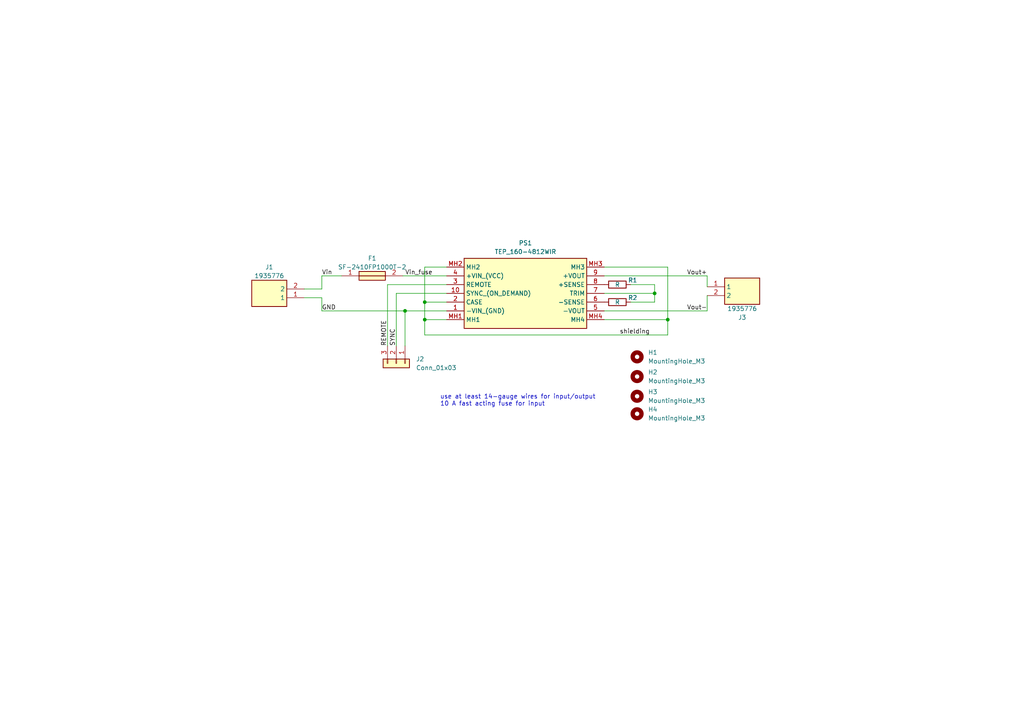
<source format=kicad_sch>
(kicad_sch (version 20230121) (generator eeschema)

  (uuid 03c49ecf-f784-4d12-9bd0-ecdf30efb896)

  (paper "A4")

  (lib_symbols
    (symbol "Connector_Generic:Conn_01x03" (pin_names (offset 1.016) hide) (in_bom yes) (on_board yes)
      (property "Reference" "J" (at 0 5.08 0)
        (effects (font (size 1.27 1.27)))
      )
      (property "Value" "Conn_01x03" (at 0 -5.08 0)
        (effects (font (size 1.27 1.27)))
      )
      (property "Footprint" "" (at 0 0 0)
        (effects (font (size 1.27 1.27)) hide)
      )
      (property "Datasheet" "~" (at 0 0 0)
        (effects (font (size 1.27 1.27)) hide)
      )
      (property "ki_keywords" "connector" (at 0 0 0)
        (effects (font (size 1.27 1.27)) hide)
      )
      (property "ki_description" "Generic connector, single row, 01x03, script generated (kicad-library-utils/schlib/autogen/connector/)" (at 0 0 0)
        (effects (font (size 1.27 1.27)) hide)
      )
      (property "ki_fp_filters" "Connector*:*_1x??_*" (at 0 0 0)
        (effects (font (size 1.27 1.27)) hide)
      )
      (symbol "Conn_01x03_1_1"
        (rectangle (start -1.27 -2.413) (end 0 -2.667)
          (stroke (width 0.1524) (type default))
          (fill (type none))
        )
        (rectangle (start -1.27 0.127) (end 0 -0.127)
          (stroke (width 0.1524) (type default))
          (fill (type none))
        )
        (rectangle (start -1.27 2.667) (end 0 2.413)
          (stroke (width 0.1524) (type default))
          (fill (type none))
        )
        (rectangle (start -1.27 3.81) (end 1.27 -3.81)
          (stroke (width 0.254) (type default))
          (fill (type background))
        )
        (pin passive line (at -5.08 2.54 0) (length 3.81)
          (name "Pin_1" (effects (font (size 1.27 1.27))))
          (number "1" (effects (font (size 1.27 1.27))))
        )
        (pin passive line (at -5.08 0 0) (length 3.81)
          (name "Pin_2" (effects (font (size 1.27 1.27))))
          (number "2" (effects (font (size 1.27 1.27))))
        )
        (pin passive line (at -5.08 -2.54 0) (length 3.81)
          (name "Pin_3" (effects (font (size 1.27 1.27))))
          (number "3" (effects (font (size 1.27 1.27))))
        )
      )
    )
    (symbol "Device:R" (pin_numbers hide) (pin_names (offset 0)) (in_bom yes) (on_board yes)
      (property "Reference" "R" (at 2.032 0 90)
        (effects (font (size 1.27 1.27)))
      )
      (property "Value" "R" (at 0 0 90)
        (effects (font (size 1.27 1.27)))
      )
      (property "Footprint" "" (at -1.778 0 90)
        (effects (font (size 1.27 1.27)) hide)
      )
      (property "Datasheet" "~" (at 0 0 0)
        (effects (font (size 1.27 1.27)) hide)
      )
      (property "ki_keywords" "R res resistor" (at 0 0 0)
        (effects (font (size 1.27 1.27)) hide)
      )
      (property "ki_description" "Resistor" (at 0 0 0)
        (effects (font (size 1.27 1.27)) hide)
      )
      (property "ki_fp_filters" "R_*" (at 0 0 0)
        (effects (font (size 1.27 1.27)) hide)
      )
      (symbol "R_0_1"
        (rectangle (start -1.016 -2.54) (end 1.016 2.54)
          (stroke (width 0.254) (type default))
          (fill (type none))
        )
      )
      (symbol "R_1_1"
        (pin passive line (at 0 3.81 270) (length 1.27)
          (name "~" (effects (font (size 1.27 1.27))))
          (number "1" (effects (font (size 1.27 1.27))))
        )
        (pin passive line (at 0 -3.81 90) (length 1.27)
          (name "~" (effects (font (size 1.27 1.27))))
          (number "2" (effects (font (size 1.27 1.27))))
        )
      )
    )
    (symbol "Mechanical:MountingHole" (pin_names (offset 1.016)) (in_bom yes) (on_board yes)
      (property "Reference" "H" (at 0 5.08 0)
        (effects (font (size 1.27 1.27)))
      )
      (property "Value" "MountingHole" (at 0 3.175 0)
        (effects (font (size 1.27 1.27)))
      )
      (property "Footprint" "" (at 0 0 0)
        (effects (font (size 1.27 1.27)) hide)
      )
      (property "Datasheet" "~" (at 0 0 0)
        (effects (font (size 1.27 1.27)) hide)
      )
      (property "ki_keywords" "mounting hole" (at 0 0 0)
        (effects (font (size 1.27 1.27)) hide)
      )
      (property "ki_description" "Mounting Hole without connection" (at 0 0 0)
        (effects (font (size 1.27 1.27)) hide)
      )
      (property "ki_fp_filters" "MountingHole*" (at 0 0 0)
        (effects (font (size 1.27 1.27)) hide)
      )
      (symbol "MountingHole_0_1"
        (circle (center 0 0) (radius 1.27)
          (stroke (width 1.27) (type default))
          (fill (type none))
        )
      )
    )
    (symbol "SamacSys_Parts:1935776" (in_bom yes) (on_board yes)
      (property "Reference" "J" (at 16.51 7.62 0)
        (effects (font (size 1.27 1.27)) (justify left top))
      )
      (property "Value" "1935776" (at 16.51 5.08 0)
        (effects (font (size 1.27 1.27)) (justify left top))
      )
      (property "Footprint" "1935776" (at 16.51 -94.92 0)
        (effects (font (size 1.27 1.27)) (justify left top) hide)
      )
      (property "Datasheet" "https://datasheet.datasheetarchive.com/originals/distributors/SFDatasheet-2/sf-00057493.pdf" (at 16.51 -194.92 0)
        (effects (font (size 1.27 1.27)) (justify left top) hide)
      )
      (property "Height" "13.65" (at 16.51 -394.92 0)
        (effects (font (size 1.27 1.27)) (justify left top) hide)
      )
      (property "Manufacturer_Name" "Phoenix Contact" (at 16.51 -494.92 0)
        (effects (font (size 1.27 1.27)) (justify left top) hide)
      )
      (property "Manufacturer_Part_Number" "1935776" (at 16.51 -594.92 0)
        (effects (font (size 1.27 1.27)) (justify left top) hide)
      )
      (property "Mouser Part Number" "651-1935776" (at 16.51 -694.92 0)
        (effects (font (size 1.27 1.27)) (justify left top) hide)
      )
      (property "Mouser Price/Stock" "https://www.mouser.co.uk/ProductDetail/Phoenix-Contact/1935776?qs=gjk32EaArKJ3oesOAo3TWA%3D%3D" (at 16.51 -794.92 0)
        (effects (font (size 1.27 1.27)) (justify left top) hide)
      )
      (property "Arrow Part Number" "1935776" (at 16.51 -894.92 0)
        (effects (font (size 1.27 1.27)) (justify left top) hide)
      )
      (property "Arrow Price/Stock" "https://www.arrow.com/en/products/1935776/phoenix-contact?region=nac" (at 16.51 -994.92 0)
        (effects (font (size 1.27 1.27)) (justify left top) hide)
      )
      (property "ki_description" "Fixed Terminal Blocks PT 2.5/ 2-5.0-H g" (at 0 0 0)
        (effects (font (size 1.27 1.27)) hide)
      )
      (symbol "1935776_1_1"
        (rectangle (start 5.08 2.54) (end 15.24 -5.08)
          (stroke (width 0.254) (type default))
          (fill (type background))
        )
        (pin passive line (at 0 0 0) (length 5.08)
          (name "1" (effects (font (size 1.27 1.27))))
          (number "1" (effects (font (size 1.27 1.27))))
        )
        (pin passive line (at 0 -2.54 0) (length 5.08)
          (name "2" (effects (font (size 1.27 1.27))))
          (number "2" (effects (font (size 1.27 1.27))))
        )
      )
    )
    (symbol "SamacSys_Parts:SF-2410FP1000T-2" (pin_names hide) (in_bom yes) (on_board yes)
      (property "Reference" "F" (at 13.97 6.35 0)
        (effects (font (size 1.27 1.27)) (justify left top))
      )
      (property "Value" "SF-2410FP1000T-2" (at 13.97 3.81 0)
        (effects (font (size 1.27 1.27)) (justify left top))
      )
      (property "Footprint" "FUSC6126X270N" (at 13.97 -96.19 0)
        (effects (font (size 1.27 1.27)) (justify left top) hide)
      )
      (property "Datasheet" "https://datasheet.datasheetarchive.com/originals/distributors/Datasheets_SAMA/4eb5d0786467e4d28d4872aa9f691d2c.pdf" (at 13.97 -196.19 0)
        (effects (font (size 1.27 1.27)) (justify left top) hide)
      )
      (property "Height" "2.7" (at 13.97 -396.19 0)
        (effects (font (size 1.27 1.27)) (justify left top) hide)
      )
      (property "Manufacturer_Name" "Bourns" (at 13.97 -496.19 0)
        (effects (font (size 1.27 1.27)) (justify left top) hide)
      )
      (property "Manufacturer_Part_Number" "SF-2410FP1000T-2" (at 13.97 -596.19 0)
        (effects (font (size 1.27 1.27)) (justify left top) hide)
      )
      (property "Mouser Part Number" "652-SF-2410FP1000T-2" (at 13.97 -696.19 0)
        (effects (font (size 1.27 1.27)) (justify left top) hide)
      )
      (property "Mouser Price/Stock" "https://www.mouser.co.uk/ProductDetail/Bourns/SF-2410FP1000T-2?qs=vLWxofP3U2zSXn6y2m1Feg%3D%3D" (at 13.97 -796.19 0)
        (effects (font (size 1.27 1.27)) (justify left top) hide)
      )
      (property "Arrow Part Number" "SF-2410FP1000T-2" (at 13.97 -896.19 0)
        (effects (font (size 1.27 1.27)) (justify left top) hide)
      )
      (property "Arrow Price/Stock" "https://www.arrow.com/en/products/sf-2410fp1000t-2/bourns?region=nac" (at 13.97 -996.19 0)
        (effects (font (size 1.27 1.27)) (justify left top) hide)
      )
      (property "ki_description" "Surface Mount Fuses Singlfuse 2410 fast-precision 10A UL 248-14" (at 0 0 0)
        (effects (font (size 1.27 1.27)) hide)
      )
      (symbol "SF-2410FP1000T-2_1_1"
        (polyline
          (pts
            (xy 5.08 0)
            (xy 12.7 0)
          )
          (stroke (width 0.254) (type default))
          (fill (type none))
        )
        (rectangle (start 5.08 1.27) (end 12.7 -1.27)
          (stroke (width 0.254) (type default))
          (fill (type background))
        )
        (pin passive line (at 0 0 0) (length 5.08)
          (name "1" (effects (font (size 1.27 1.27))))
          (number "1" (effects (font (size 1.27 1.27))))
        )
        (pin passive line (at 17.78 0 180) (length 5.08)
          (name "2" (effects (font (size 1.27 1.27))))
          (number "2" (effects (font (size 1.27 1.27))))
        )
      )
    )
    (symbol "SamacSys_Parts:TEP_160-4812WIR" (in_bom yes) (on_board yes)
      (property "Reference" "PS" (at 41.91 7.62 0)
        (effects (font (size 1.27 1.27)) (justify left top))
      )
      (property "Value" "TEP_160-4812WIR" (at 41.91 5.08 0)
        (effects (font (size 1.27 1.27)) (justify left top))
      )
      (property "Footprint" "TEP1602415WIR" (at 41.91 -94.92 0)
        (effects (font (size 1.27 1.27)) (justify left top) hide)
      )
      (property "Datasheet" "https://tracopower.com/tep160wir-datasheet/" (at 41.91 -194.92 0)
        (effects (font (size 1.27 1.27)) (justify left top) hide)
      )
      (property "Height" "13.2" (at 41.91 -394.92 0)
        (effects (font (size 1.27 1.27)) (justify left top) hide)
      )
      (property "Manufacturer_Name" "Traco Power" (at 41.91 -494.92 0)
        (effects (font (size 1.27 1.27)) (justify left top) hide)
      )
      (property "Manufacturer_Part_Number" "TEP 160-4812WIR" (at 41.91 -594.92 0)
        (effects (font (size 1.27 1.27)) (justify left top) hide)
      )
      (property "Mouser Part Number" "495-TEP160-4812WIR" (at 41.91 -694.92 0)
        (effects (font (size 1.27 1.27)) (justify left top) hide)
      )
      (property "Mouser Price/Stock" "https://www.mouser.com/Search/Refine.aspx?Keyword=495-TEP160-4812WIR" (at 41.91 -794.92 0)
        (effects (font (size 1.27 1.27)) (justify left top) hide)
      )
      (property "Arrow Part Number" "" (at 41.91 -894.92 0)
        (effects (font (size 1.27 1.27)) (justify left top) hide)
      )
      (property "Arrow Price/Stock" "" (at 41.91 -994.92 0)
        (effects (font (size 1.27 1.27)) (justify left top) hide)
      )
      (property "ki_description" "160 Watt DC/DC module, railway, 4:1 input, PCB- Chassis or DIN-Rail mount, opt. EMI Filter, encapsulated, Half-Brick package" (at 0 0 0)
        (effects (font (size 1.27 1.27)) hide)
      )
      (symbol "TEP_160-4812WIR_1_1"
        (rectangle (start 5.08 2.54) (end 40.64 -17.78)
          (stroke (width 0.254) (type default))
          (fill (type background))
        )
        (pin passive line (at 0 -12.7 0) (length 5.08)
          (name "-VIN_(GND)" (effects (font (size 1.27 1.27))))
          (number "1" (effects (font (size 1.27 1.27))))
        )
        (pin passive line (at 0 -7.62 0) (length 5.08)
          (name "SYNC_(ON_DEMAND)" (effects (font (size 1.27 1.27))))
          (number "10" (effects (font (size 1.27 1.27))))
        )
        (pin passive line (at 0 -10.16 0) (length 5.08)
          (name "CASE" (effects (font (size 1.27 1.27))))
          (number "2" (effects (font (size 1.27 1.27))))
        )
        (pin passive line (at 0 -5.08 0) (length 5.08)
          (name "REMOTE" (effects (font (size 1.27 1.27))))
          (number "3" (effects (font (size 1.27 1.27))))
        )
        (pin passive line (at 0 -2.54 0) (length 5.08)
          (name "+VIN_(VCC)" (effects (font (size 1.27 1.27))))
          (number "4" (effects (font (size 1.27 1.27))))
        )
        (pin passive line (at 45.72 -12.7 180) (length 5.08)
          (name "-VOUT" (effects (font (size 1.27 1.27))))
          (number "5" (effects (font (size 1.27 1.27))))
        )
        (pin passive line (at 45.72 -10.16 180) (length 5.08)
          (name "-SENSE" (effects (font (size 1.27 1.27))))
          (number "6" (effects (font (size 1.27 1.27))))
        )
        (pin passive line (at 45.72 -7.62 180) (length 5.08)
          (name "TRIM" (effects (font (size 1.27 1.27))))
          (number "7" (effects (font (size 1.27 1.27))))
        )
        (pin passive line (at 45.72 -5.08 180) (length 5.08)
          (name "+SENSE" (effects (font (size 1.27 1.27))))
          (number "8" (effects (font (size 1.27 1.27))))
        )
        (pin passive line (at 45.72 -2.54 180) (length 5.08)
          (name "+VOUT" (effects (font (size 1.27 1.27))))
          (number "9" (effects (font (size 1.27 1.27))))
        )
        (pin passive line (at 0 -15.24 0) (length 5.08)
          (name "MH1" (effects (font (size 1.27 1.27))))
          (number "MH1" (effects (font (size 1.27 1.27))))
        )
        (pin passive line (at 0 0 0) (length 5.08)
          (name "MH2" (effects (font (size 1.27 1.27))))
          (number "MH2" (effects (font (size 1.27 1.27))))
        )
        (pin passive line (at 45.72 0 180) (length 5.08)
          (name "MH3" (effects (font (size 1.27 1.27))))
          (number "MH3" (effects (font (size 1.27 1.27))))
        )
        (pin passive line (at 45.72 -15.24 180) (length 5.08)
          (name "MH4" (effects (font (size 1.27 1.27))))
          (number "MH4" (effects (font (size 1.27 1.27))))
        )
      )
    )
  )

  (junction (at 123.19 92.71) (diameter 0) (color 0 0 0 0)
    (uuid 1641a628-ccf1-4c22-8a39-1792d155eac7)
  )
  (junction (at 189.865 85.09) (diameter 0) (color 0 0 0 0)
    (uuid 591bb7b4-6e1b-4195-9bdb-5e4f4572ae93)
  )
  (junction (at 193.675 92.71) (diameter 0) (color 0 0 0 0)
    (uuid 762b01c1-dc32-40a3-85cf-d5337544f1a9)
  )
  (junction (at 117.475 90.17) (diameter 0) (color 0 0 0 0)
    (uuid 8e620ec2-6abb-4491-bc85-e32f16170a51)
  )
  (junction (at 123.19 87.63) (diameter 0) (color 0 0 0 0)
    (uuid a824c3d1-3223-4290-a182-da8a32236d78)
  )

  (wire (pts (xy 112.395 82.55) (xy 112.395 100.33))
    (stroke (width 0) (type default))
    (uuid 07566552-896a-4a2c-996d-ecde3981da00)
  )
  (wire (pts (xy 93.345 86.36) (xy 88.265 86.36))
    (stroke (width 0) (type default))
    (uuid 11d30bd5-e495-40db-905d-39d4a8018a89)
  )
  (wire (pts (xy 182.88 87.63) (xy 189.865 87.63))
    (stroke (width 0) (type default))
    (uuid 3818e5b1-06cb-4e75-920d-70e9e5c039d5)
  )
  (wire (pts (xy 93.345 90.17) (xy 93.345 86.36))
    (stroke (width 0) (type default))
    (uuid 465aec08-35b1-465c-8868-69ac1b8271dd)
  )
  (wire (pts (xy 189.865 85.09) (xy 175.26 85.09))
    (stroke (width 0) (type default))
    (uuid 4c315d44-42e4-4d7a-9e5a-21b500461ab9)
  )
  (wire (pts (xy 123.19 92.71) (xy 123.19 97.155))
    (stroke (width 0) (type default))
    (uuid 4e92d8ae-1db0-4d2f-a10e-dd42a3756a95)
  )
  (wire (pts (xy 123.19 97.155) (xy 193.675 97.155))
    (stroke (width 0) (type default))
    (uuid 500aaced-77e4-4b4c-83b7-b2ccad921e6e)
  )
  (wire (pts (xy 175.26 80.01) (xy 205.105 80.01))
    (stroke (width 0) (type default))
    (uuid 5753128c-f6f5-49d8-8992-f786c768d5e2)
  )
  (wire (pts (xy 117.475 90.17) (xy 117.475 100.33))
    (stroke (width 0) (type default))
    (uuid 642a063b-ec26-4ca5-83bc-12704486f43e)
  )
  (wire (pts (xy 129.54 90.17) (xy 117.475 90.17))
    (stroke (width 0) (type default))
    (uuid 6a1b34c7-1f31-4523-9f3f-68c6f70def52)
  )
  (wire (pts (xy 205.105 90.17) (xy 175.26 90.17))
    (stroke (width 0) (type default))
    (uuid 71b3cfac-e38e-4f5f-bb2c-ff7521718784)
  )
  (wire (pts (xy 193.675 92.71) (xy 193.675 77.47))
    (stroke (width 0) (type default))
    (uuid 743e05b4-4d1e-456d-90d5-2b4827f59ddc)
  )
  (wire (pts (xy 123.19 92.71) (xy 123.19 87.63))
    (stroke (width 0) (type default))
    (uuid 83beff23-edfa-4794-aa7c-64aab36728b5)
  )
  (wire (pts (xy 123.19 87.63) (xy 129.54 87.63))
    (stroke (width 0) (type default))
    (uuid 88b12be2-891a-4e78-89c7-bd469936debc)
  )
  (wire (pts (xy 116.84 80.01) (xy 129.54 80.01))
    (stroke (width 0) (type default))
    (uuid 8b4f7594-20be-491d-9a0c-56654066e591)
  )
  (wire (pts (xy 205.105 85.725) (xy 205.105 90.17))
    (stroke (width 0) (type default))
    (uuid 8c568246-b7b0-44ec-88f5-69448e09f138)
  )
  (wire (pts (xy 193.675 77.47) (xy 175.26 77.47))
    (stroke (width 0) (type default))
    (uuid 92fd5985-5899-4d89-80a1-7bce96248a66)
  )
  (wire (pts (xy 193.675 97.155) (xy 193.675 92.71))
    (stroke (width 0) (type default))
    (uuid 9cf79b91-2559-4b87-b635-18fc463bb08a)
  )
  (wire (pts (xy 129.54 92.71) (xy 123.19 92.71))
    (stroke (width 0) (type default))
    (uuid b4f906f6-a3e4-4473-8804-342d4f915f32)
  )
  (wire (pts (xy 205.105 80.01) (xy 205.105 83.185))
    (stroke (width 0) (type default))
    (uuid b875f10f-1dfd-4e93-94e2-d35ad705fb8f)
  )
  (wire (pts (xy 123.19 77.47) (xy 129.54 77.47))
    (stroke (width 0) (type default))
    (uuid b9dfa659-3dfa-4bfb-afe1-d3d920619e0f)
  )
  (wire (pts (xy 123.19 87.63) (xy 123.19 77.47))
    (stroke (width 0) (type default))
    (uuid bb4ab0e9-bd97-4711-902b-adc4ae5ff29a)
  )
  (wire (pts (xy 93.345 80.01) (xy 99.06 80.01))
    (stroke (width 0) (type default))
    (uuid bc36bfc1-fea1-467f-ac3d-642f3ee5db3c)
  )
  (wire (pts (xy 129.54 82.55) (xy 112.395 82.55))
    (stroke (width 0) (type default))
    (uuid be12f11e-5618-474c-9174-267335b7b4ee)
  )
  (wire (pts (xy 93.345 90.17) (xy 117.475 90.17))
    (stroke (width 0) (type default))
    (uuid c344309e-88cb-4bb2-a0f7-55655193e65d)
  )
  (wire (pts (xy 129.54 85.09) (xy 114.935 85.09))
    (stroke (width 0) (type default))
    (uuid cc95d521-29f7-4c32-83f5-dae4203d9df9)
  )
  (wire (pts (xy 114.935 85.09) (xy 114.935 100.33))
    (stroke (width 0) (type default))
    (uuid d133a27e-c6c8-4b7f-a821-e7fdfc34add6)
  )
  (wire (pts (xy 189.865 82.55) (xy 182.88 82.55))
    (stroke (width 0) (type default))
    (uuid daa831f1-0453-4abc-90c9-652061dbe265)
  )
  (wire (pts (xy 93.345 83.82) (xy 88.265 83.82))
    (stroke (width 0) (type default))
    (uuid e5a4bc2e-b51a-47f8-bea7-d9f23a2523db)
  )
  (wire (pts (xy 93.345 80.01) (xy 93.345 83.82))
    (stroke (width 0) (type default))
    (uuid f22ebc54-c55a-4add-bc7f-1d71113cc37a)
  )
  (wire (pts (xy 189.865 85.09) (xy 189.865 82.55))
    (stroke (width 0) (type default))
    (uuid f39b10ea-5b0f-48f3-b779-261d265bf392)
  )
  (wire (pts (xy 189.865 87.63) (xy 189.865 85.09))
    (stroke (width 0) (type default))
    (uuid f8383dd4-a94b-4814-a847-561f3eb9664e)
  )
  (wire (pts (xy 175.26 92.71) (xy 193.675 92.71))
    (stroke (width 0) (type default))
    (uuid f9f1f802-f9e9-44ab-81a2-b5e1454bd481)
  )

  (text "use at least 14-gauge wires for input/output\n10 A fast acting fuse for input\n\n"
    (at 127.635 120.015 0)
    (effects (font (size 1.27 1.27)) (justify left bottom))
    (uuid 429a810a-35f6-4c48-8842-dfd73d4b1bd3)
  )

  (label "Vin" (at 93.345 80.01 0) (fields_autoplaced)
    (effects (font (size 1.27 1.27)) (justify left bottom))
    (uuid 0bf196cd-9ce7-48b4-b4ed-b3a4c7a66f3d)
  )
  (label "GND" (at 93.345 90.17 0) (fields_autoplaced)
    (effects (font (size 1.27 1.27)) (justify left bottom))
    (uuid 39154bc9-afb3-4deb-a602-f4d575236f29)
  )
  (label "Vout+" (at 205.105 80.01 180) (fields_autoplaced)
    (effects (font (size 1.27 1.27)) (justify right bottom))
    (uuid 3d2fcaad-bfdf-46c9-8e53-1872ebe9d8d6)
  )
  (label "Vin_fuse" (at 117.475 80.01 0) (fields_autoplaced)
    (effects (font (size 1.27 1.27)) (justify left bottom))
    (uuid 5496ebc6-db93-4929-bb59-f4934c5db8f3)
  )
  (label "SYNC" (at 114.935 100.33 90) (fields_autoplaced)
    (effects (font (size 1.27 1.27)) (justify left bottom))
    (uuid 62df96ca-8678-4f79-9211-8633b608dcf3)
  )
  (label "Vout-" (at 205.105 90.17 180) (fields_autoplaced)
    (effects (font (size 1.27 1.27)) (justify right bottom))
    (uuid 6e3d5d7c-df14-444b-900c-d836de41bde9)
  )
  (label "REMOTE" (at 112.395 100.33 90) (fields_autoplaced)
    (effects (font (size 1.27 1.27)) (justify left bottom))
    (uuid 8675a3ce-fe65-46a2-a234-dde423c6b3ff)
  )
  (label "shielding" (at 179.705 97.155 0) (fields_autoplaced)
    (effects (font (size 1.27 1.27)) (justify left bottom))
    (uuid dbede8b6-7a7d-4e6d-9ad4-445be8426a56)
  )

  (symbol (lib_id "Device:R") (at 179.07 82.55 90) (unit 1)
    (in_bom yes) (on_board yes) (dnp no)
    (uuid 0451814f-500d-4f0a-8ed5-3a4255ed0428)
    (property "Reference" "R1" (at 183.515 81.28 90)
      (effects (font (size 1.27 1.27)))
    )
    (property "Value" "R" (at 179.07 82.55 90)
      (effects (font (size 1.27 1.27)))
    )
    (property "Footprint" "Resistor_SMD:R_0603_1608Metric_Pad0.98x0.95mm_HandSolder" (at 179.07 84.328 90)
      (effects (font (size 1.27 1.27)) hide)
    )
    (property "Datasheet" "~" (at 179.07 82.55 0)
      (effects (font (size 1.27 1.27)) hide)
    )
    (pin "1" (uuid a0b879ee-8dab-4062-a8f2-7a5cba757676))
    (pin "2" (uuid 20216a9d-5f05-49fb-a77d-cac2afb5f520))
    (instances
      (project "traco_breakout_minimal"
        (path "/03c49ecf-f784-4d12-9bd0-ecdf30efb896"
          (reference "R1") (unit 1)
        )
      )
    )
  )

  (symbol (lib_id "SamacSys_Parts:1935776") (at 88.265 86.36 180) (unit 1)
    (in_bom yes) (on_board yes) (dnp no) (fields_autoplaced)
    (uuid 0ba5f539-4a5a-4a7a-b57b-15a033794f93)
    (property "Reference" "J1" (at 78.105 77.47 0)
      (effects (font (size 1.27 1.27)))
    )
    (property "Value" "1935776" (at 78.105 80.01 0)
      (effects (font (size 1.27 1.27)))
    )
    (property "Footprint" "SamacSys_Parts:1935776" (at 71.755 -8.56 0)
      (effects (font (size 1.27 1.27)) (justify left top) hide)
    )
    (property "Datasheet" "https://datasheet.datasheetarchive.com/originals/distributors/SFDatasheet-2/sf-00057493.pdf" (at 71.755 -108.56 0)
      (effects (font (size 1.27 1.27)) (justify left top) hide)
    )
    (property "Height" "13.65" (at 71.755 -308.56 0)
      (effects (font (size 1.27 1.27)) (justify left top) hide)
    )
    (property "Manufacturer_Name" "Phoenix Contact" (at 71.755 -408.56 0)
      (effects (font (size 1.27 1.27)) (justify left top) hide)
    )
    (property "Manufacturer_Part_Number" "1935776" (at 71.755 -508.56 0)
      (effects (font (size 1.27 1.27)) (justify left top) hide)
    )
    (property "Mouser Part Number" "651-1935776" (at 71.755 -608.56 0)
      (effects (font (size 1.27 1.27)) (justify left top) hide)
    )
    (property "Mouser Price/Stock" "https://www.mouser.co.uk/ProductDetail/Phoenix-Contact/1935776?qs=gjk32EaArKJ3oesOAo3TWA%3D%3D" (at 71.755 -708.56 0)
      (effects (font (size 1.27 1.27)) (justify left top) hide)
    )
    (property "Arrow Part Number" "1935776" (at 71.755 -808.56 0)
      (effects (font (size 1.27 1.27)) (justify left top) hide)
    )
    (property "Arrow Price/Stock" "https://www.arrow.com/en/products/1935776/phoenix-contact?region=nac" (at 71.755 -908.56 0)
      (effects (font (size 1.27 1.27)) (justify left top) hide)
    )
    (pin "1" (uuid 89909908-1343-45be-a936-66e1788c9523))
    (pin "2" (uuid aaf7a075-c703-433c-8ea2-fc1bebbd3d1f))
    (instances
      (project "traco_breakout_minimal"
        (path "/03c49ecf-f784-4d12-9bd0-ecdf30efb896"
          (reference "J1") (unit 1)
        )
      )
    )
  )

  (symbol (lib_id "Mechanical:MountingHole") (at 184.785 120.015 0) (unit 1)
    (in_bom yes) (on_board yes) (dnp no) (fields_autoplaced)
    (uuid 16ad72b9-5700-4e60-aee1-826a69910074)
    (property "Reference" "H4" (at 187.96 118.7449 0)
      (effects (font (size 1.27 1.27)) (justify left))
    )
    (property "Value" "MountingHole_M3" (at 187.96 121.2849 0)
      (effects (font (size 1.27 1.27)) (justify left))
    )
    (property "Footprint" "MountingHole:MountingHole_3.2mm_M3" (at 184.785 120.015 0)
      (effects (font (size 1.27 1.27)) hide)
    )
    (property "Datasheet" "~" (at 184.785 120.015 0)
      (effects (font (size 1.27 1.27)) hide)
    )
    (instances
      (project "traco_breakout_minimal"
        (path "/03c49ecf-f784-4d12-9bd0-ecdf30efb896"
          (reference "H4") (unit 1)
        )
      )
    )
  )

  (symbol (lib_id "SamacSys_Parts:TEP_160-4812WIR") (at 129.54 77.47 0) (unit 1)
    (in_bom yes) (on_board yes) (dnp no) (fields_autoplaced)
    (uuid 321b39c9-dd2b-4c42-a008-18dd872aadac)
    (property "Reference" "PS1" (at 152.4 70.485 0)
      (effects (font (size 1.27 1.27)))
    )
    (property "Value" "TEP_160-4812WIR" (at 152.4 73.025 0)
      (effects (font (size 1.27 1.27)))
    )
    (property "Footprint" "SamacSys_Parts:TEP1602415WIR" (at 171.45 172.39 0)
      (effects (font (size 1.27 1.27)) (justify left top) hide)
    )
    (property "Datasheet" "https://tracopower.com/tep160wir-datasheet/" (at 171.45 272.39 0)
      (effects (font (size 1.27 1.27)) (justify left top) hide)
    )
    (property "Height" "13.2" (at 171.45 472.39 0)
      (effects (font (size 1.27 1.27)) (justify left top) hide)
    )
    (property "Manufacturer_Name" "Traco Power" (at 171.45 572.39 0)
      (effects (font (size 1.27 1.27)) (justify left top) hide)
    )
    (property "Manufacturer_Part_Number" "TEP 160-4812WIR" (at 171.45 672.39 0)
      (effects (font (size 1.27 1.27)) (justify left top) hide)
    )
    (property "Mouser Part Number" "495-TEP160-4812WIR" (at 171.45 772.39 0)
      (effects (font (size 1.27 1.27)) (justify left top) hide)
    )
    (property "Mouser Price/Stock" "https://www.mouser.com/Search/Refine.aspx?Keyword=495-TEP160-4812WIR" (at 171.45 872.39 0)
      (effects (font (size 1.27 1.27)) (justify left top) hide)
    )
    (property "Arrow Part Number" "" (at 171.45 972.39 0)
      (effects (font (size 1.27 1.27)) (justify left top) hide)
    )
    (property "Arrow Price/Stock" "" (at 171.45 1072.39 0)
      (effects (font (size 1.27 1.27)) (justify left top) hide)
    )
    (pin "1" (uuid 8af78291-ee2e-4070-bdc2-fc071dfbe743))
    (pin "10" (uuid f1245165-f5bb-4a74-a6c8-7fd81bcf9d6c))
    (pin "2" (uuid f567900d-2666-473a-adb8-bcd677ddb7a1))
    (pin "3" (uuid e9b71f8c-dd87-4c6c-ad83-665b0f2d5ada))
    (pin "4" (uuid d3cb2159-9107-413e-a2af-75f7c9f2a591))
    (pin "5" (uuid 40201ceb-f5d3-437f-829f-2dca74a585bd))
    (pin "6" (uuid a752ace4-ea11-41f2-9cb1-e594156bd9e3))
    (pin "7" (uuid 776247ed-2c19-49be-a679-9193f7e8923c))
    (pin "8" (uuid 0cd09af4-34c9-4b28-a7e9-846926d3f83e))
    (pin "9" (uuid da639489-5dbb-4bac-8d62-96fdd9c720bb))
    (pin "MH1" (uuid 0b68d6c8-40e2-4a45-9339-995ebf0e0682))
    (pin "MH2" (uuid 66929e21-4bca-441c-9ac5-4c0176e83964))
    (pin "MH3" (uuid cda68bd8-365c-462d-851c-36ece3be06e1))
    (pin "MH4" (uuid 7f3c8b65-e974-4bb6-a58c-913ae5804a88))
    (instances
      (project "traco_breakout_minimal"
        (path "/03c49ecf-f784-4d12-9bd0-ecdf30efb896"
          (reference "PS1") (unit 1)
        )
      )
    )
  )

  (symbol (lib_id "SamacSys_Parts:1935776") (at 205.105 83.185 0) (unit 1)
    (in_bom yes) (on_board yes) (dnp no)
    (uuid 4471afa3-e387-41e8-b59e-ed13c7746534)
    (property "Reference" "J3" (at 215.265 92.075 0)
      (effects (font (size 1.27 1.27)))
    )
    (property "Value" "1935776" (at 215.265 89.535 0)
      (effects (font (size 1.27 1.27)))
    )
    (property "Footprint" "SamacSys_Parts:1935776" (at 221.615 178.105 0)
      (effects (font (size 1.27 1.27)) (justify left top) hide)
    )
    (property "Datasheet" "https://datasheet.datasheetarchive.com/originals/distributors/SFDatasheet-2/sf-00057493.pdf" (at 221.615 278.105 0)
      (effects (font (size 1.27 1.27)) (justify left top) hide)
    )
    (property "Height" "13.65" (at 221.615 478.105 0)
      (effects (font (size 1.27 1.27)) (justify left top) hide)
    )
    (property "Manufacturer_Name" "Phoenix Contact" (at 221.615 578.105 0)
      (effects (font (size 1.27 1.27)) (justify left top) hide)
    )
    (property "Manufacturer_Part_Number" "1935776" (at 221.615 678.105 0)
      (effects (font (size 1.27 1.27)) (justify left top) hide)
    )
    (property "Mouser Part Number" "651-1935776" (at 221.615 778.105 0)
      (effects (font (size 1.27 1.27)) (justify left top) hide)
    )
    (property "Mouser Price/Stock" "https://www.mouser.co.uk/ProductDetail/Phoenix-Contact/1935776?qs=gjk32EaArKJ3oesOAo3TWA%3D%3D" (at 221.615 878.105 0)
      (effects (font (size 1.27 1.27)) (justify left top) hide)
    )
    (property "Arrow Part Number" "1935776" (at 221.615 978.105 0)
      (effects (font (size 1.27 1.27)) (justify left top) hide)
    )
    (property "Arrow Price/Stock" "https://www.arrow.com/en/products/1935776/phoenix-contact?region=nac" (at 221.615 1078.105 0)
      (effects (font (size 1.27 1.27)) (justify left top) hide)
    )
    (pin "1" (uuid b66c8e98-e06b-4200-9208-d1fd2f98e61b))
    (pin "2" (uuid 247d82ae-29db-427b-93d7-7f72e981b2d1))
    (instances
      (project "traco_breakout_minimal"
        (path "/03c49ecf-f784-4d12-9bd0-ecdf30efb896"
          (reference "J3") (unit 1)
        )
      )
    )
  )

  (symbol (lib_id "Connector_Generic:Conn_01x03") (at 114.935 105.41 270) (unit 1)
    (in_bom yes) (on_board yes) (dnp no) (fields_autoplaced)
    (uuid 61ac24fc-8835-487d-9120-f8dba5d9a56a)
    (property "Reference" "J2" (at 120.65 104.1399 90)
      (effects (font (size 1.27 1.27)) (justify left))
    )
    (property "Value" "Conn_01x03" (at 120.65 106.6799 90)
      (effects (font (size 1.27 1.27)) (justify left))
    )
    (property "Footprint" "Connector_PinHeader_2.54mm:PinHeader_1x03_P2.54mm_Vertical" (at 114.935 105.41 0)
      (effects (font (size 1.27 1.27)) hide)
    )
    (property "Datasheet" "~" (at 114.935 105.41 0)
      (effects (font (size 1.27 1.27)) hide)
    )
    (pin "1" (uuid 97fbb103-d46e-4d45-92c1-cd1213c58f6e))
    (pin "2" (uuid bf1feb6b-2389-44e7-bb9e-dd060720f58a))
    (pin "3" (uuid fd40d5b4-ddcc-4859-b567-6431f5b47136))
    (instances
      (project "traco_breakout_minimal"
        (path "/03c49ecf-f784-4d12-9bd0-ecdf30efb896"
          (reference "J2") (unit 1)
        )
      )
    )
  )

  (symbol (lib_id "Mechanical:MountingHole") (at 184.785 103.505 0) (unit 1)
    (in_bom yes) (on_board yes) (dnp no) (fields_autoplaced)
    (uuid 6966ebd7-bb23-4a5e-87ff-50c9b92c7a13)
    (property "Reference" "H1" (at 187.96 102.2349 0)
      (effects (font (size 1.27 1.27)) (justify left))
    )
    (property "Value" "MountingHole_M3" (at 187.96 104.7749 0)
      (effects (font (size 1.27 1.27)) (justify left))
    )
    (property "Footprint" "MountingHole:MountingHole_3.2mm_M3" (at 184.785 103.505 0)
      (effects (font (size 1.27 1.27)) hide)
    )
    (property "Datasheet" "~" (at 184.785 103.505 0)
      (effects (font (size 1.27 1.27)) hide)
    )
    (instances
      (project "traco_breakout_minimal"
        (path "/03c49ecf-f784-4d12-9bd0-ecdf30efb896"
          (reference "H1") (unit 1)
        )
      )
    )
  )

  (symbol (lib_id "Mechanical:MountingHole") (at 184.785 109.22 0) (unit 1)
    (in_bom yes) (on_board yes) (dnp no) (fields_autoplaced)
    (uuid a6fc15c9-b095-4e65-a592-48fc2e296d4a)
    (property "Reference" "H2" (at 187.96 107.9499 0)
      (effects (font (size 1.27 1.27)) (justify left))
    )
    (property "Value" "MountingHole_M3" (at 187.96 110.4899 0)
      (effects (font (size 1.27 1.27)) (justify left))
    )
    (property "Footprint" "MountingHole:MountingHole_3.2mm_M3" (at 184.785 109.22 0)
      (effects (font (size 1.27 1.27)) hide)
    )
    (property "Datasheet" "~" (at 184.785 109.22 0)
      (effects (font (size 1.27 1.27)) hide)
    )
    (instances
      (project "traco_breakout_minimal"
        (path "/03c49ecf-f784-4d12-9bd0-ecdf30efb896"
          (reference "H2") (unit 1)
        )
      )
    )
  )

  (symbol (lib_id "SamacSys_Parts:SF-2410FP1000T-2") (at 99.06 80.01 0) (unit 1)
    (in_bom yes) (on_board yes) (dnp no) (fields_autoplaced)
    (uuid a8a5fdfd-6429-460c-a159-362903e81372)
    (property "Reference" "F1" (at 107.95 74.93 0)
      (effects (font (size 1.27 1.27)))
    )
    (property "Value" "SF-2410FP1000T-2" (at 107.95 77.47 0)
      (effects (font (size 1.27 1.27)))
    )
    (property "Footprint" "SamacSys_Parts:FUSC6126X270N" (at 113.03 176.2 0)
      (effects (font (size 1.27 1.27)) (justify left top) hide)
    )
    (property "Datasheet" "https://datasheet.datasheetarchive.com/originals/distributors/Datasheets_SAMA/4eb5d0786467e4d28d4872aa9f691d2c.pdf" (at 113.03 276.2 0)
      (effects (font (size 1.27 1.27)) (justify left top) hide)
    )
    (property "Height" "2.7" (at 113.03 476.2 0)
      (effects (font (size 1.27 1.27)) (justify left top) hide)
    )
    (property "Manufacturer_Name" "Bourns" (at 113.03 576.2 0)
      (effects (font (size 1.27 1.27)) (justify left top) hide)
    )
    (property "Manufacturer_Part_Number" "SF-2410FP1000T-2" (at 113.03 676.2 0)
      (effects (font (size 1.27 1.27)) (justify left top) hide)
    )
    (property "Mouser Part Number" "652-SF-2410FP1000T-2" (at 113.03 776.2 0)
      (effects (font (size 1.27 1.27)) (justify left top) hide)
    )
    (property "Mouser Price/Stock" "https://www.mouser.co.uk/ProductDetail/Bourns/SF-2410FP1000T-2?qs=vLWxofP3U2zSXn6y2m1Feg%3D%3D" (at 113.03 876.2 0)
      (effects (font (size 1.27 1.27)) (justify left top) hide)
    )
    (property "Arrow Part Number" "SF-2410FP1000T-2" (at 113.03 976.2 0)
      (effects (font (size 1.27 1.27)) (justify left top) hide)
    )
    (property "Arrow Price/Stock" "https://www.arrow.com/en/products/sf-2410fp1000t-2/bourns?region=nac" (at 113.03 1076.2 0)
      (effects (font (size 1.27 1.27)) (justify left top) hide)
    )
    (pin "1" (uuid faf2442b-a366-41b4-9914-4f7277c25f1b))
    (pin "2" (uuid 2f53146c-4140-4b82-84f0-4965a6aa7da8))
    (instances
      (project "traco_breakout_minimal"
        (path "/03c49ecf-f784-4d12-9bd0-ecdf30efb896"
          (reference "F1") (unit 1)
        )
      )
    )
  )

  (symbol (lib_id "Mechanical:MountingHole") (at 184.785 114.935 0) (unit 1)
    (in_bom yes) (on_board yes) (dnp no) (fields_autoplaced)
    (uuid c52a98b8-642f-4301-b84b-49adb7a5f7c4)
    (property "Reference" "H3" (at 187.96 113.6649 0)
      (effects (font (size 1.27 1.27)) (justify left))
    )
    (property "Value" "MountingHole_M3" (at 187.96 116.2049 0)
      (effects (font (size 1.27 1.27)) (justify left))
    )
    (property "Footprint" "MountingHole:MountingHole_3.2mm_M3" (at 184.785 114.935 0)
      (effects (font (size 1.27 1.27)) hide)
    )
    (property "Datasheet" "~" (at 184.785 114.935 0)
      (effects (font (size 1.27 1.27)) hide)
    )
    (instances
      (project "traco_breakout_minimal"
        (path "/03c49ecf-f784-4d12-9bd0-ecdf30efb896"
          (reference "H3") (unit 1)
        )
      )
    )
  )

  (symbol (lib_id "Device:R") (at 179.07 87.63 90) (unit 1)
    (in_bom yes) (on_board yes) (dnp no)
    (uuid ea57127a-5347-45e8-9a7e-74a2e11eb964)
    (property "Reference" "R2" (at 183.515 86.36 90)
      (effects (font (size 1.27 1.27)))
    )
    (property "Value" "R" (at 179.07 87.63 90)
      (effects (font (size 1.27 1.27)))
    )
    (property "Footprint" "Resistor_SMD:R_0603_1608Metric_Pad0.98x0.95mm_HandSolder" (at 179.07 89.408 90)
      (effects (font (size 1.27 1.27)) hide)
    )
    (property "Datasheet" "~" (at 179.07 87.63 0)
      (effects (font (size 1.27 1.27)) hide)
    )
    (pin "1" (uuid 76aa13e6-0a4d-4467-b660-6579054b443e))
    (pin "2" (uuid 08fb44be-5633-48cd-adf0-664adfa302bf))
    (instances
      (project "traco_breakout_minimal"
        (path "/03c49ecf-f784-4d12-9bd0-ecdf30efb896"
          (reference "R2") (unit 1)
        )
      )
    )
  )

  (sheet_instances
    (path "/" (page "1"))
  )
)

</source>
